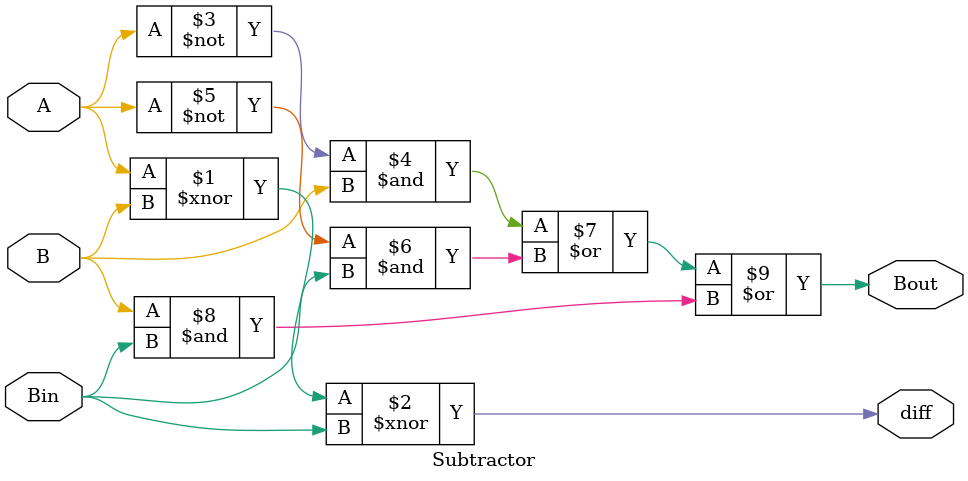
<source format=v>
`timescale 1ns / 1ps


module Subtractor(
    input wire A,
    input wire B,
    input wire Bin,
    output wire diff,
    output wire Bout
    );
    
    //assign diff <= 
    assign diff = A ~^ B ~^ Bin;
    assign Bout = (~A&B)|(~A&Bin)|(B&Bin);
    
endmodule

</source>
